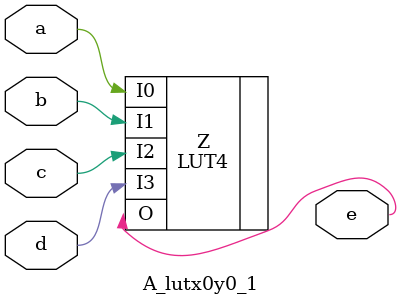
<source format=v>
module A_lutx0y0_1(a,b,c,d,e);
input a,b,c,d;
output e;
LUT4 #(.INIT(16'hFF)) 
 Z(.I0(a),.I1(b),.I2(c),.I3(d),.O(e));
 endmodule

</source>
